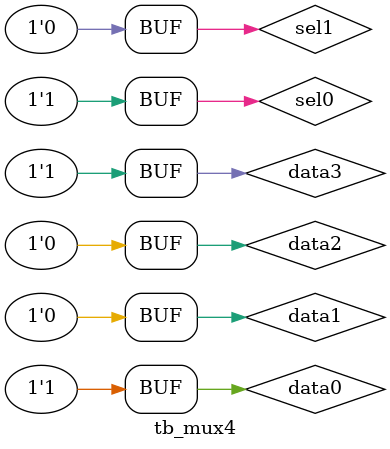
<source format=v>
`timescale 1ns/1ps

module tb_mux4;
    reg data0;
    reg data1;
    reg data2;
    reg data3;
    reg sel0;
    reg sel1;
    wire out;

    mux4 uut(
        
        .data0(data0),
        .data1(data1),
        .data2(data2),
        .data3(data3),
        .sel0(sel0),
        .sel1(sel1),
        .out(out)
    );

    initial
    begin
        $dumpfile ("mux_out.vcd"); 
	    $dumpvars(0, tb_mux4);

        data0 = 0;
        data1 = 1;
        data2 = 0;
        data3 = 1;
        sel0 = 0;
        sel1 = 1;

        #100


        data0 = 0; data1 = 0; data2 = 1; data3 = 0; sel0 = 1; sel1 = 0; #10;
        data0 = 1; data1 = 0; data2 = 0; data3 = 1; sel0 = 1; sel1 = 0;; #10;
    end
endmodule

</source>
